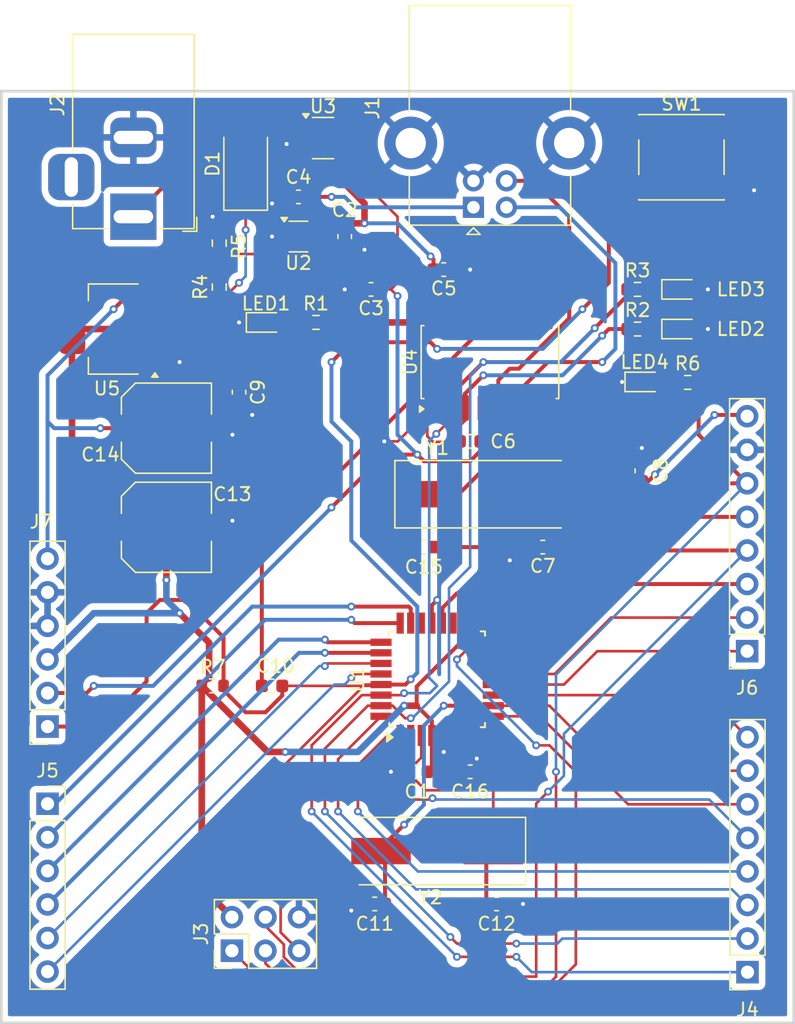
<source format=kicad_pcb>
(kicad_pcb (version 20241229) (generator "pcbnew") (generator_version "9.0")
  (layers (0 "F.Cu" signal) (2 "B.Cu" signal) (13 "F.Paste" user) (15 "B.Paste" user) (5 "F.SilkS" user "F.Silkscreen") (7 "B.SilkS" user "B.Silkscreen") (1 "F.Mask" user) (3 "B.Mask" user) (25 "Edge.Cuts" user))
  (net 0 "")
  (net 1 "GND")
  (net 2 "+5V")
  (net 3 "+3V3")
  (net 4 "USBV")
  (net 5 "Net-(U4-XO)")
  (net 6 "AREF")
  (net 7 "/PC6{slash}RESET")
  (net 8 "RST")
  (net 9 "Net-(U1-PB6{slash}XTAL1)")
  (net 10 "Net-(U1-PB7{slash}XTAL2)")
  (net 11 "VIN")
  (net 12 "Net-(U4-XI)")
  (net 13 "Net-(D1-A)")
  (net 14 "Net-(J1-D+)")
  (net 15 "Net-(J1-D-)")
  (net 16 "/D12{slash}MOSI")
  (net 17 "/D13{slash}SCK")
  (net 18 "/D7")
  (net 19 "M8TXD")
  (net 20 "M8RXD")
  (net 21 "/D2")
  (net 22 "/D4")
  (net 23 "/D3{slash}PWM")
  (net 24 "/D5{slash}PWM")
  (net 25 "/D6{slash}PWM")
  (net 26 "/A5")
  (net 27 "/A2")
  (net 28 "/A4")
  (net 29 "/A3")
  (net 30 "/A0")
  (net 31 "/A1")
  (net 32 "/D8")
  (net 33 "Net-(LED1-A)")
  (net 34 "Net-(LED2-K)")
  (net 35 "Net-(LED3-K)")
  (net 36 "Net-(LED4-A)")
  (net 37 "Net-(U2-~{CE})")
  (net 38 "/D9{slash}PWM")
  (net 39 "/D11{slash}PWM{slash}MISO")
  (net 41 "/D10{slash}PWM")
  (footprint "LED_SMD:LED_0603_1608Metric" (layer "F.Cu") (at 183.7125 45.5)
    (property "Reference" "LED4")
    (property "Value" "Yellow")
  )
  (footprint "Crystal:Crystal_SMD_HC49-SD" (layer "F.Cu") (at 168 81 180)
    (property "Reference" "Y2")
    (property "Value" "16MHz")
  )
  (footprint "Resistor_SMD:R_0603_1608Metric" (layer "F.Cu") (at 183.175 41.5)
    (property "Reference" "R2")
    (property "Value" "1k")
  )
  (footprint "Resistor_SMD:R_0603_1608Metric" (layer "F.Cu") (at 151 68.5)
    (property "Reference" "R7")
    (property "Value" "10k")
  )
  (footprint "Capacitor_SMD:C_0603_1608Metric" (layer "F.Cu") (at 155.5 68.5)
    (property "Reference" "C10")
    (property "Value" "100nF")
  )
  (footprint "Capacitor_SMD:C_0603_1608Metric" (layer "F.Cu") (at 170.5 50)
    (property "Reference" "C6")
    (property "Value" "10nF")
  )
  (footprint "LED_SMD:LED_0603_1608Metric" (layer "F.Cu") (at 155.0375 41)
    (property "Reference" "LED1")
    (property "Value" "GREEN")
  )
  (footprint "Connector_PinSocket_2.54mm:PinSocket_1x06_P2.54mm_Vertical" (layer "F.Cu") (at 138.5 77.42)
    (property "Reference" "J5")
    (property "Value" "Conn_01x06")
  )
  (footprint "Package_TO_SOT_SMD:SOT-23-5" (layer "F.Cu") (at 159.3625 27.05)
    (property "Reference" "U3")
    (property "Value" "MIC5504-3.3YM5")
  )
  (footprint "Connector_USB:USB_B_Lumberg_2411_02_Horizontal" (layer "F.Cu") (at 170.75 32.2875 90)
    (property "Reference" "J1")
    (property "Value" "USB_B")
  )
  (footprint "Capacitor_SMD:C_Elec_6.3x5.8" (layer "F.Cu") (at 147.5 49)
    (property "Reference" "C14")
    (property "Value" "100uF")
  )
  (footprint "Crystal:Crystal_SMD_HC49-SD" (layer "F.Cu") (at 171.5 54)
    (property "Reference" "Y1")
    (property "Value" "12MHz")
  )
  (footprint "Capacitor_SMD:C_0603_1608Metric" (layer "F.Cu") (at 170.5 75)
    (property "Reference" "C16")
    (property "Value" "100nF")
  )
  (footprint "Resistor_SMD:R_0603_1608Metric" (layer "F.Cu") (at 183.175 38.5)
    (property "Reference" "R3")
    (property "Value" "1k")
  )
  (footprint "Package_SO:SO-16_5.3x10.2mm_P1.27mm" (layer "F.Cu") (at 172 44 90)
    (property "Reference" "U4")
    (property "Value" "CH340G")
  )
  (footprint "Capacitor_SMD:C_0603_1608Metric" (layer "F.Cu") (at 161 34.5 90)
    (property "Reference" "C2")
    (property "Value" "1uF")
  )
  (footprint "Package_TO_SOT_SMD:SOT-363_SC-70-6" (layer "F.Cu") (at 157.5 34.5)
    (property "Reference" "U2")
    (property "Value" "LM66100DCK")
  )
  (footprint "Connector_PinSocket_2.54mm:PinSocket_1x06_P2.54mm_Vertical" (layer "F.Cu") (at 138.5 71.58 180)
    (property "Reference" "J7")
    (property "Value" "Conn_01x06")
  )
  (footprint "LED_SMD:LED_0603_1608Metric" (layer "F.Cu") (at 186.5 38.5)
    (property "Reference" "LED3")
    (property "Value" "YELLOW")
  )
  (footprint "Resistor_SMD:R_0603_1608Metric" (layer "F.Cu") (at 158.825 41)
    (property "Reference" "R1")
    (property "Value" "1k")
  )
  (footprint "Resistor_SMD:R_0603_1608Metric" (layer "F.Cu") (at 151.5 35 90)
    (property "Reference" "R5")
    (property "Value" "10k")
  )
  (footprint "Capacitor_SMD:C_Elec_6.3x5.8" (layer "F.Cu") (at 147.5 56.5)
    (property "Reference" "C13")
    (property "Value" "100uF")
  )
  (footprint "Capacitor_SMD:C_0603_1608Metric" (layer "F.Cu") (at 166.5 75)
    (property "Reference" "C1")
    (property "Value" "100nF")
  )
  (footprint "Resistor_SMD:R_0603_1608Metric" (layer "F.Cu") (at 186.975 45.5375)
    (property "Reference" "R6")
    (property "Value" "1k")
  )
  (footprint "Capacitor_SMD:C_0603_1608Metric" (layer "F.Cu") (at 176 58 180)
    (property "Reference" "C7")
    (property "Value" "22pF")
  )
  (footprint "Capacitor_SMD:C_0603_1608Metric" (layer "F.Cu") (at 167 58)
    (property "Reference" "C15")
    (property "Value" "22pF")
  )
  (footprint "Package_TO_SOT_SMD:SOT-223-3_TabPin2" (layer "F.Cu") (at 143.5 41.5 180)
    (property "Reference" "U5")
    (property "Value" "LD1117S50TR_SOT223")
  )
  (footprint "Capacitor_SMD:C_0603_1608Metric" (layer "F.Cu") (at 157.5 31.5 180)
    (property "Reference" "C4")
    (property "Value" "100n")
  )
  (footprint "Capacitor_SMD:C_0603_1608Metric" (layer "F.Cu") (at 163.275 85 180)
    (property "Reference" "C11")
    (property "Value" "22pF")
  )
  (footprint "Capacitor_SMD:C_0603_1608Metric" (layer "F.Cu") (at 153 46.275 -90)
    (property "Reference" "C9")
    (property "Value" "100nF")
  )
  (footprint "Capacitor_SMD:C_0603_1608Metric" (layer "F.Cu") (at 168.5 37 180)
    (property "Reference" "C5")
    (property "Value" "100nF")
  )
  (footprint "Connector_PinSocket_2.54mm:PinSocket_1x08_P2.54mm_Vertical" (layer "F.Cu") (at 191.5 90.16 180)
    (property "Reference" "J4")
    (property "Value" "Conn_01x08")
  )
  (footprint "Diode_SMD:D_SMA" (layer "F.Cu") (at 153.5 29 90)
    (property "Reference" "D1")
    (property "Value" "M7")
  )
  (footprint "LED_SMD:LED_0603_1608Metric" (layer "F.Cu") (at 186.5 41.5)
    (property "Reference" "LED2")
    (property "Value" "YELLOW")
  )
  (footprint "Capacitor_SMD:C_0603_1608Metric" (layer "F.Cu") (at 172.5 85)
    (property "Reference" "C12")
    (property "Value" "22pF")
  )
  (footprint "Button_Switch_SMD:SW_SPST_PTS645" (layer "F.Cu") (at 186.5 28.5)
    (property "Reference" "SW1")
    (property "Value" "Push Button")
  )
  (footprint "Connector_PinSocket_2.54mm:PinSocket_1x08_P2.54mm_Vertical" (layer "F.Cu") (at 191.475 65.875 180)
    (property "Reference" "J6")
    (property "Value" "Conn_01x08")
  )
  (footprint "Connector_PinHeader_2.54mm:PinHeader_2x03_P2.54mm_Vertical" (layer "F.Cu") (at 152.46 88.54 90)
    (property "Reference" "J3")
    (property "Value" "AVR-ISP-6")
  )
  (footprint "Capacitor_SMD:C_0603_1608Metric" (layer "F.Cu") (at 183.5 52.225 -90)
    (property "Reference" "C8")
    (property "Value" "100nF")
  )
  (footprint "Capacitor_SMD:C_0603_1608Metric" (layer "F.Cu") (at 163 38.5 180)
    (property "Reference" "C3")
    (property "Value" "1uF")
  )
  (footprint "Connector_BarrelJack:BarrelJack_Horizontal" (layer "F.Cu") (at 145 33 -90)
    (property "Reference" "J2")
    (property "Value" "Barrel_Jack_MountingPin")
  )
  (footprint "Package_QFP:TQFP-32_7x7mm_P0.8mm" (layer "F.Cu") (at 168 68 90)
    (property "Reference" "U1")
    (property "Value" "ATmega8-16A")
  )
  (footprint "Resistor_SMD:R_0603_1608Metric" (layer "F.Cu") (at 151.5 38.325 90)
    (property "Reference" "R4")
    (property "Value" "39k")
  )
  (gr_rect (start 135 23.5) (end 195 94) (stroke (width 0.2)) (fill no) (layer "Edge.Cuts"))
  (segment (start 162.225 38.5) (end 161.5 38.5) (width 0.2) (layer "F.Cu") (net 1))
  (segment (start 167.68537 50.035313) (end 169.689687 50.035313) (width 0.2) (layer "F.Cu") (net 1))
  (segment (start 171.275 75) (end 171.275 74.275) (width 0.2) (layer "F.Cu") (net 1))
  (segment (start 173.5 58.5) (end 173.5 59) (width 0.3) (layer "F.Cu") (net 1))
  (segment (start 168.4 72.25) (end 168.4 73.4) (width 0.3) (layer "F.Cu") (net 1))
  (segment (start 151.5 34.175) (end 151.5 33.5) (width 0.2) (layer "F.Cu") (net 1))
  (segment (start 166.8 72.25) (end 166.8 73.925) (width 0.2) (layer "F.Cu") (net 1))
  (segment (start 157.05 27.05) (end 156.6 27.5) (width 0.2) (layer "F.Cu") (net 1))
  (segment (start 166.8 73.925) (end 165.725 75) (width 0.2) (layer "F.Cu") (net 1))
  (segment (start 191.75 30.75) (end 192 31) (width 0.3) (layer "F.Cu") (net 1))
  (segment (start 174 58) (end 173.5 58.5) (width 0.3) (layer "F.Cu") (net 1))
  (segment (start 169.275 37) (end 170.5 37) (width 0.3) (layer "F.Cu") (net 1))
  (segment (start 150.0375 49) (end 152 49) (width 0.3) (layer "F.Cu") (net 1))
  (segment (start 162.5 85) (end 162 85) (width 0.3) (layer "F.Cu") (net 1))
  (segment (start 162 85) (end 161.5 85.5) (width 0.3) (layer "F.Cu") (net 1))
  (segment (start 160.225 34.5) (end 158.45 34.5) (width 0.3) (layer "F.Cu") (net 1))
  (segment (start 169.689687 50.035313) (end 169.725 50) (width 0.2) (layer "F.Cu") (net 1))
  (segment (start 171.275 74.275) (end 171 74) (width 0.2) (layer "F.Cu") (net 1))
  (segment (start 167.124 76.399) (end 165.725 75) (width 0.2) (layer "F.Cu") (net 1))
  (segment (start 165.0175 50) (end 164 50) (width 0.2) (layer "F.Cu") (net 1))
  (segment (start 161 35.275) (end 160.225 34.5) (width 0.3) (layer "F.Cu") (net 1))
  (segment (start 156.55 34.5) (end 155.5 34.5) (width 0.3) (layer "F.Cu") (net 1))
  (segment (start 167.255001 47.762499) (end 167.255001 49.604944) (width 0.2) (layer "F.Cu") (net 1))
  (segment (start 158.225 27.05) (end 157.05 27.05) (width 0.2) (layer "F.Cu") (net 1))
  (segment (start 148.3 43.8) (end 148.5 44) (width 0.3) (layer "F.Cu") (net 1))
  (segment (start 167.555 47.4625) (end 165.0175 50) (width 0.2) (layer "F.Cu") (net 1))
  (segment (start 167.775 58) (end 174.5 58) (width 0.3) (layer "F.Cu") (net 1))
  (segment (start 150.0375 56.5) (end 152 56.5) (width 0.3) (layer "F.Cu") (net 1))
  (segment (start 156 31.5) (end 155.5 32) (width 0.3) (layer "F.Cu") (net 1))
  (segment (start 187.2875 38.5) (end 188.5 38.5) (width 0.3) (layer "F.Cu") (net 1))
  (segment (start 187.2875 41.5) (end 188.5 41.5) (width 0.3) (layer "F.Cu") (net 1))
  (segment (start 167.6 63.75) (end 167.6 62.4) (width 0.3) (layer "F.Cu") (net 1))
  (segment (start 154.25 41) (end 153 41) (width 0.3) (layer "F.Cu") (net 1))
  (segment (start 156.725 31.5) (end 156 31.5) (width 0.3) (layer "F.Cu") (net 1))
  (segment (start 175.225 58) (end 174.5 58) (width 0.3) (layer "F.Cu") (net 1))
  (segment (start 151.5 33.5) (end 151 33) (width 0.2) (layer "F.Cu") (net 1))
  (segment (start 168.4 73.4) (end 168.5 73.5) (width 0.3) (layer "F.Cu") (net 1))
  (segment (start 169.876 76.399) (end 167.124 76.399) (width 0.2) (layer "F.Cu") (net 1))
  (segment (start 190.48 30.75) (end 191.75 30.75) (width 0.3) (layer "F.Cu") (net 1))
  (segment (start 161.5 38.5) (end 161 38.5) (width 0.2) (layer "F.Cu") (net 1))
  (segment (start 171.275 75) (end 169.876 76.399) (width 0.2) (layer "F.Cu") (net 1))
  (segment (start 152 56.5) (end 152.5 56) (width 0.3) (layer "F.Cu") (net 1))
  (segment (start 153 47.05) (end 153.05 47.05) (width 0.3) (layer "F.Cu") (net 1))
  (segment (start 161 35.275) (end 162.275 35.275) (width 0.3) (layer "F.Cu") (net 1))
  (segment (start 182.925 45.5) (end 182 45.5) (width 0.3) (layer "F.Cu") (net 1))
  (segment (start 165.725 75) (end 164.5 75) (width 0.2) (layer "F.Cu") (net 1))
  (segment (start 167.6 62.4) (end 168 62) (width 0.3) (layer "F.Cu") (net 1))
  (segment (start 173.275 85) (end 174.5 85) (width 0.3) (layer "F.Cu") (net 1))
  (segment (start 153.05 47.05) (end 154 48) (width 0.3) (layer "F.Cu") (net 1))
  (segment (start 190.48 30.75) (end 182.52 30.75) (width 0.3) (layer "F.Cu") (net 1))
  (segment (start 162.275 35.275) (end 162.5 35.5) (width 0.3) (layer "F.Cu") (net 1))
  (segment (start 183.5 51.45) (end 183.5 50.5) (width 0.3) (layer "F.Cu") (net 1))
  (segment (start 146.65 43.8) (end 148.3 43.8) (width 0.3) (layer "F.Cu") (net 1))
  (segment (start 167.255001 49.604944) (end 167.68537 50.035313) (width 0.2) (layer "F.Cu") (net 1))
  (segment (start 167.555 47.4625) (end 167.255001 47.762499) (width 0.2) (layer "F.Cu") (net 1))
  (segment (start 174.5 58) (end 174 58) (width 0.3) (layer "F.Cu") (net 1))
  (segment (start 152 49) (end 152.5 49.5) (width 0.3) (layer "F.Cu") (net 1))
  (via (at 170.5 37) (size 0.6) (drill 0.3) (layers "F.Cu" "B.Cu") (net 1))
  (via (at 183.5 50.5) (size 0.6) (drill 0.3) (layers "F.Cu" "B.Cu") (net 1))
  (via (at 171 74) (size 0.6) (drill 0.3) (layers "F.Cu" "B.Cu") (net 1))
  (via (at 154 48) (size 0.6) (drill 0.3) (layers "F.Cu" "B.Cu") (net 1))
  (via (at 155.5 32) (size 0.6) (drill 0.3) (layers "F.Cu" "B.Cu") (net 1))
  (via (at 182 45.5) (size 0.6) (drill 0.3) (layers "F.Cu" "B.Cu") (net 1))
  (via (at 151 33) (size 0.6) (drill 0.3) (layers "F.Cu" "B.Cu") (net 1))
  (via (at 164 50) (size 0.6) (drill 0.3) (layers "F.Cu" "B.Cu") (net 1))
  (via (at 161 38.5) (size 0.6) (drill 0.3) (layers "F.Cu" "B.Cu") (net 1))
  (via (at 188.5 41.5) (size 0.6) (drill 0.3) (layers "F.Cu" "B.Cu") (net 1))
  (via (at 192 31) (size 0.6) (drill 0.3) (layers "F.Cu" "B.Cu") (net 1))
  (via (at 161.5 85.5) (size 0.6) (drill 0.3) (layers "F.Cu" "B.Cu") (net 1))
  (via (at 164.5 75) (size 0.6) (drill 0.3) (layers "F.Cu" "B.Cu") (net 1))
  (via (at 168.5 73.5) (size 0.6) (drill 0.3) (layers "F.Cu" "B.Cu") (net 1))
  (via (at 173.5 59) (size 0.6) (drill 0.3) (layers "F.Cu" "B.Cu") (net 1))
  (via (at 155.5 34.5) (size 0.6) (drill 0.3) (layers "F.Cu" "B.Cu") (net 1))
  (via (at 162.5 35.5) (size 0.6) (drill 0.3) (layers "F.Cu" "B.Cu") (net 1))
  (via (at 168 62) (size 0.6) (drill 0.3) (layers "F.Cu" "B.Cu") (net 1))
  (via (at 148.5 44) (size 0.6) (drill 0.3) (layers "F.Cu" "B.Cu") (net 1))
  (via (at 188.5 38.5) (size 0.6) (drill 0.3) (layers "F.Cu" "B.Cu") (net 1))
  (via (at 152.5 56) (size 0.6) (drill 0.3) (layers "F.Cu" "B.Cu") (net 1))
  (via (at 174.5 85) (size 0.6) (drill 0.3) (layers "F.Cu" "B.Cu") (net 1))
  (via (at 152.5 49.5) (size 0.6) (drill 0.3) (layers "F.Cu" "B.Cu") (net 1))
  (via (at 153 41) (size 0.6) (drill 0.3) (layers "F.Cu" "B.Cu") (net 1))
  (via (at 156.6 27.5) (size 0.6) (drill 0.3) (layers "F.Cu" "B.Cu") (net 1))
  (segment (start 158.225 26.1) (end 156.6 26.1) (width 0.5) (layer "F.Cu") (net 2))
  (segment (start 167.555 40.5375) (end 167.555 37.17) (width 0.5) (layer "F.Cu") (net 2))
  (segment (start 150.7365 67.9385) (end 150.7365 65.2365) (width 0.5) (layer "F.Cu") (net 2))
  (segment (start 167.0925 41) (end 167.555 40.5375) (width 0.2) (layer "F.Cu") (net 2))
  (segment (start 160.5 30) (end 162.5 32) (width 0.5) (layer "F.Cu") (net 2))
  (segment (start 158.5 30) (end 160.5 30) (width 0.5) (layer "F.Cu") (net 2))
  (segment (start 158.225 28) (end 158.225 29.725) (width 0.5) (layer "F.Cu") (net 2))
  (segment (start 150.175 68.5) (end 155.175 73.5) (width 0.5) (layer "F.Cu") (net 2))
  (segment (start 160.875 33.85) (end 161 33.725) (width 0.3) (layer "F.Cu") (net 2))
  (segment (start 156.6 26.1) (end 155.5 27.2) (width 0.5) (layer "F.Cu") (net 2))
  (segment (start 151 44) (end 149.5 42.5) (width 0.5) (layer "F.Cu") (net 2))
  (segment (start 148.5 41.5) (end 149.5 42.5) (width 0.5) (layer "F.Cu") (net 2))
  (segment (start 150.7365 65.2365) (end 148.5 63) (width 0.5) (layer "F.Cu") (net 2))
  (segment (start 166.45 68.55) (end 170 65) (width 0.3) (layer "F.Cu") (net 2))
  (segment (start 167.725 36.225) (end 167.5 36) (width 0.3) (layer "F.Cu") (net 2))
  (segment (start 170 65) (end 170 63.75) (width 0.3) (layer "F.Cu") (net 2))
  (segment (start 167.725 40.3675) (end 167.555 40.5375) (width 0.3) (layer "F.Cu") (net 2))
  (segment (start 140.35 41.5) (end 140.35 51.8875) (width 0.5) (layer "F.Cu") (net 2))
  (segment (start 167.275 75) (end 169.725 75) (width 0.3) (layer "F.Cu") (net 2))
  (segment (start 155.5 27.2) (end 155.5 28.5) (width 0.5) (layer "F.Cu") (net 2))
  (segment (start 167.6 71.15) (end 167.6 72.25) (width 0.3) (layer "F.Cu") (net 2))
  (segment (start 167.275 75) (end 167.6 74.675) (width 0.3) (layer "F.Cu") (net 2))
  (segment (start 147.5 59.0375) (end 147.5 60.5) (width 0.5) (layer "F.Cu") (net 2))
  (segment (start 161.225 33.5) (end 161 33.725) (width 0.3) (layer "F.Cu") (net 2))
  (segment (start 166.45 70) (end 167.6 71.15) (width 0.3) (layer "F.Cu") (net 2))
  (segment (start 158.45 33.85) (end 160.875 33.85) (width 0.5) (layer "F.Cu") (net 2))
  (segment (start 146.65 41.5) (end 148.5 41.5) (width 0.5) (layer "F.Cu") (net 2))
  (segment (start 169.2 74.475) (end 169.725 75) (width 0.3) (layer "F.Cu") (net 2))
  (segment (start 140.35 51.8875) (end 144.9625 56.5) (width 0.5) (layer "F.Cu") (net 2))
  (segment (start 140.35 41.5) (end 146.65 41.5) (width 0.5) (layer "F.Cu") (net 2))
  (segment (start 151 44) (end 152.5 45.5) (width 0.5) (layer "F.Cu") (net 2))
  (segment (start 150.175 83.715) (end 150.175 68.5) (width 0.5) (layer "F.Cu") (net 2))
  (segment (start 167.725 37) (end 167.725 36.225) (width 0.3) (layer "F.Cu") (net 2))
  (segment (start 150.175 68.5) (end 150.7365 67.9385) (width 0.3) (layer "F.Cu") (net 2))
  (segment (start 155.5 28.5) (end 157 30) (width 0.5) (layer "F.Cu") (net 2))
  (segment (start 152.5 45.5) (end 153 45.5) (width 0.2) (layer "F.Cu") (net 2))
  (segment (start 169.2 72.25) (end 169.2 74.475) (width 0.3) (layer "F.Cu") (net 2))
  (segment (start 165.5 70) (end 166.45 70) (width 0.5) (layer "F.Cu") (net 2))
  (segment (start 167.6 74.675) (end 167.6 72.25) (width 0.3) (layer "F.Cu") (net 2))
  (segment (start 162.5 33.5) (end 161.225 33.5) (width 0.5) (layer "F.Cu") (net 2))
  (segment (start 155.175 73.5) (end 156.5 73.5) (width 0.5) (layer "F.Cu") (net 2))
  (segment (start 156.65 44) (end 151 44) (width 0.5) (layer "F.Cu") (net 2))
  (segment (start 167.555 37.17) (end 167.725 37) (width 0.2) (layer "F.Cu") (net 2))
  (segment (start 159.65 41) (end 167.0925 41) (width 0.5) (layer "F.Cu") (net 2))
  (segment (start 152.46 86) (end 150.175 83.715) (width 0.5) (layer "F.Cu") (net 2))
  (segment (start 158.225 29.725) (end 158.5 30) (width 0.2) (layer "F.Cu") (net 2))
  (segment (start 144.9625 56.5) (end 147.5 59.0375) (width 0.5) (layer "F.Cu") (net 2))
  (segment (start 162.5 32) (end 162.5 33.5) (width 0.5) (layer "F.Cu") (net 2))
  (segment (start 159.65 41) (end 156.65 44) (width 0.5) (layer "F.Cu") (net 2))
  (segment (start 166.45 70) (end 166.45 68.55) (width 0.3) (layer "F.Cu") (net 2))
  (segment (start 157 30) (end 158.5 30) (width 0.5) (layer "F.Cu") (net 2))
  (via (at 165.5 70) (size 0.6) (drill 0.3) (layers "F.Cu" "B.Cu") (net 2))
  (via (at 167.5 36) (size 0.6) (drill 0.3) (layers "F.Cu" "B.Cu") (net 2))
  (via (at 147.5 60.5) (size 0.6) (drill 0.3) (layers "F.Cu" "B.Cu") (net 2))
  (via (at 148.5 63) (size 0.6) (drill 0.3) (layers "F.Cu" "B.Cu") (net 2))
  (via (at 162.5 33.5) (size 0.6) (drill 0.3) (layers "F.Cu" "B.Cu") (net 2))
  (via (at 156.5 73.5) (size 0.6) (drill 0.3) (layers "F.Cu" "B.Cu") (net 2))
  (segment (start 138.5 66.5) (end 142 63) (width 0.5) (layer "B.Cu") (net 2))
  (segment (start 156.5 73.5) (end 162 73.5) (width 0.5) (layer "B.Cu") (net 2))
  (segment (start 142 63) (end 148.5 63) (width 0.5) (layer "B.Cu") (net 2))
  (segment (start 167.5 36) (end 165 33.5) (width 0.3) (layer "B.Cu") (net 2))
  (segment (start 147.5 62) (end 148.5 63) (width 0.5) (layer "B.Cu") (net 2))
  (segment (start 147.5 60.5) (end 147.5 62) (width 0.5) (layer "B.Cu") (net 2))
  (segment (start 162 73.5) (end 165.5 70) (width 0.5) (layer "B.Cu") (net 2))
  (segment (start 165 33.5) (end 162.5 33.5) (width 0.3) (layer "B.Cu") (net 2))
  (segment (start 141.46 69.04) (end 142 68.5) (width 0.3) (layer "F.Cu") (net 3))
  (segment (start 162.1 26.1) (end 160.5 26.1) (width 0.2) (layer "F.Cu") (net 3))
  (segment (start 166.5 51) (end 167 51.5) (width 0.3) (layer "F.Cu") (net 3))
  (segment (start 164 51) (end 166.5 51) (width 0.3) (layer "F.Cu") (net 3))
  (segment (start 164.5 38.5) (end 165 39) (width 0.2) (layer "F.Cu") (net 3))
  (segment (start 167 51.5) (end 170.5 51.5) (width 0.3) (layer "F.Cu") (net 3))
  (segment (start 164.5 38.5) (end 165 38) (width 0.2) (layer "F.Cu") (net 3))
  (segment (start 171.275 50) (end 171.275 47.5525) (width 0.3) (layer "F.Cu") (net 3))
  (segment (start 165 33) (end 162.5 30.5) (width 0.2) (layer "F.Cu") (net 3))
  (segment (start 171.275 50.725) (end 171.275 50) (width 0.2) (layer "F.Cu") (net 3))
  (segment (start 162.5 26.5) (end 162.1 26.1) (width 0.2) (layer "F.Cu") (net 3))
  (segment (start 171.275 47.5525) (end 171.365 47.4625) (width 0.3) (layer "F.Cu") (net 3))
  (segment (start 163.775 38.5) (end 164.5 38.5) (width 0.2) (layer "F.Cu") (net 3))
  (segment (start 162.5 30.5) (end 162.5 26.5) (width 0.2) (layer "F.Cu") (net 3))
  (segment (start 138.5 69.04) (end 141.46 69.04) (width 0.3) (layer "F.Cu") (net 3))
  (segment (start 160 55) (end 164 51) (width 0.3) (layer "F.Cu") (net 3))
  (segment (start 165 38) (end 165 33) (width 0.2) (layer "F.Cu") (net 3))
  (segment (start 170.5 51.5) (end 171.275 50.725) (width 0.3) (layer "F.Cu") (net 3))
  (via (at 165 39) (size 0.6) (drill 0.3) (layers "F.Cu" "B.Cu") (net 3))
  (via (at 160 55) (size 0.6) (drill 0.3) (layers "F.Cu" "B.Cu") (net 3))
  (via (at 166.5 51) (size 0.6) (drill 0.3) (layers "F.Cu" "B.Cu") (net 3))
  (via (at 142 68.5) (size 0.6) (drill 0.3) (layers "F.Cu" "B.Cu") (net 3))
  (segment (start 142 68.5) (end 146.5 68.5) (width 0.3) (layer "B.Cu") (net 3))
  (segment (start 146.5 68.5) (end 160 55) (width 0.3) (layer "B.Cu") (net 3))
  (segment (start 165 39) (end 165 49.5) (width 0.3) (layer "B.Cu") (net 3))
  (segment (start 165 49.5) (end 166.5 51) (width 0.3) (layer "B.Cu") (net 3))
  (segment (start 156.55 33.85) (end 158.275 32.125) (width 0.3) (layer "F.Cu") (net 4))
  (segment (start 158.275 32.125) (end 158.275 31.5) (width 0.3) (layer "F.Cu") (net 4))
  (segment (start 158.275 31.5) (end 160 31.5) (width 0.3) (layer "F.Cu") (net 4))
  (via (at 160 31.5) (size 0.6) (drill 0.3) (layers "F.Cu" "B.Cu") (net 4))
  (segment (start 160 31.5) (end 161 31.5) (width 0.3) (layer "B.Cu") (net 4))
  (segment (start 161 31.5) (end 161.7875 32.2875) (width 0.3) (layer "B.Cu") (net 4))
  (segment (start 161.7875 32.2875) (end 170.75 32.2875) (width 0.3) (layer "B.Cu") (net 4))
  (segment (start 176.775 55.025) (end 175.75 54) (width 0.2) (layer "F.Cu") (net 5))
  (segment (start 175.75 54) (end 176.445 53.305) (width 0.3) (layer "F.Cu") (net 5))
  (segment (start 176.445 53.305) (end 176.445 47.4625) (width 0.3) (layer "F.Cu") (net 5))
  (segment (start 176.775 58) (end 176.775 55.025) (width 0.3) (layer "F.Cu") (net 5))
  (segment (start 191.38 48) (end 191.475 48.095) (width 0.3) (layer "F.Cu") (net 6))
  (segment (start 189 48) (end 191.38 48) (width 0.3) (layer "F.Cu") (net 6))
  (segment (start 168.4 62.6) (end 169.5 61.5) (width 0.3) (layer "F.Cu") (net 6))
  (segment (start 184.5 52.5) (end 175.5 61.5) (width 0.3) (layer "F.Cu") (net 6))
  (segment (start 175.5 61.5) (end 169.5 61.5) (width 0.3) (layer "F.Cu") (net 6))
  (segment (start 183.5 53) (end 184 53) (width 0.3) (layer "F.Cu") (net 6))
  (segment (start 184 53) (end 184.5 52.5) (width 0.3) (layer "F.Cu") (net 6))
  (segment (start 168.4 63.75) (end 168.4 62.6) (width 0.3) (layer "F.Cu") (net 6))
  (via (at 189 48) (size 0.6) (drill 0.3) (layers "F.Cu" "B.Cu") (net 6))
  (via (at 184.5 52.5) (size 0.6) (drill 0.3) (layers "F.Cu" "B.Cu") (net 6))
  (segment (start 184.5 52.5) (end 189 48) (width 0.3) (layer "B.Cu") (net 6))
  (segment (start 181 27.77) (end 181 33.5) (width 0.3) (layer "F.Cu") (net 7))
  (segment (start 156.275 68.5) (end 163.65 68.5) (width 0.2) (layer "F.Cu") (net 7))
  (segment (start 182.52 26.25) (end 190.48 26.25) (width 0.3) (layer "F.Cu") (net 7))
  (segment (start 149 62) (end 151.825 64.825) (width 0.3) (layer "F.Cu") (net 7))
  (segment (start 157.54 88.54) (end 156.151 87.151) (width 0.2) (layer "F.Cu") (net 7))
  (segment (start 182.52 26.25) (end 181 27.77) (width 0.3) (layer "F.Cu") (net 7))
  (segment (start 161.5 42.5) (end 160 44) (width 0.3) (layer "F.Cu") (net 7))
  (segment (start 181 38) (end 179 40) (width 0.3) (layer "F.Cu") (net 7))
  (segment (start 167.5 42.5) (end 161.5 42.5) (width 0.3) (layer "F.Cu") (net 7))
  (segment (start 151.825 64.825) (end 151.825 68.5) (width 0.3) (layer "F.Cu") (net 7))
  (segment (start 142.58 71.58) (end 146 68.16) (width 0.3) (layer "F.Cu") (net 7))
  (segment (start 156.151 87.151) (end 156.151 74.7819) (width 0.2) (layer "F.Cu") (net 7))
  (segment (start 151.825 68.5) (end 151.825 68.825) (width 0.3) (layer "F.Cu") (net 7))
  (segment (start 163.65 68.5) (end 163.75 68.4) (width 0.2) (layer "F.Cu") (net 7))
  (segment (start 146 68.16) (end 146 63) (width 0.3) (layer "F.Cu") (net 7))
  (segment (start 156.151 74.7819) (end 162.5329 68.4) (width 0.2) (layer "F.Cu") (net 7))
  (segment (start 138.5 71.58) (end 142.58 71.58) (width 0.3) (layer "F.Cu") (net 7))
  (segment (start 147 62) (end 149 62) (width 0.3) (layer "F.Cu") (net 7))
  (segment (start 162.5329 68.4) (end 163.75 68.4) (width 0.2) (layer "F.Cu") (net 7))
  (segment (start 155 70.5) (end 156.275 69.225) (width 0.3) (layer "F.Cu") (net 7))
  (segment (start 146 63) (end 147 62) (width 0.3) (layer "F.Cu") (net 7))
  (segment (start 151.825 68.825) (end 153.5 70.5) (width 0.3) (layer "F.Cu") (net 7))
  (segment (start 165.6 68.4) (end 163.75 68.4) (width 0.3) (layer "F.Cu") (net 7))
  (segment (start 153.5 70.5) (end 155 70.5) (width 0.3) (layer "F.Cu") (net 7))
  (segment (start 168 43) (end 167.5 42.5) (width 0.3) (layer "F.Cu") (net 7))
  (segment (start 166 68) (end 165.6 68.4) (width 0.3) (layer "F.Cu") (net 7))
  (segment (start 156.275 69.225) (end 156.275 68.5) (width 0.3) (layer "F.Cu") (net 7))
  (segment (start 181 33.5) (end 181 38) (width 0.3) (layer "F.Cu") (net 7))
  (via (at 160 44) (size 0.6) (drill 0.3) (layers "F.Cu" "B.Cu") (net 7))
  (via (at 166 68) (size 0.6) (drill 0.3) (layers "F.Cu" "B.Cu") (net 7))
  (via (at 179 40) (size 0.6) (drill 0.3) (layers "F.Cu" "B.Cu") (net 7))
  (via (at 168 43) (size 0.6) (drill 0.3) (layers "F.Cu" "B.Cu") (net 7))
  (segment (start 161.5 50) (end 161.5 57.5) (width 0.3) (layer "B.Cu") (net 7))
  (segment (start 160 44) (end 160 48.5) (width 0.3) (layer "B.Cu") (net 7))
  (segment (start 161.5 57.5) (end 166 62) (width 0.3) (layer "B.Cu") (net 7))
  (segment (start 160 48.5) (end 161.5 50) (width 0.3) (layer "B.Cu") (net 7))
  (segment (start 176 43) (end 169.5 43) (width 0.3) (layer "B.Cu") (net 7))
  (segment (start 169.5 43) (end 168 43) (width 0.3) (layer "B.Cu") (net 7))
  (segment (start 179 40) (end 176 43) (width 0.3) (layer "B.Cu") (net 7))
  (segment (start 166.5 62.5) (end 166.5 67.5) (width 0.3) (layer "B.Cu") (net 7))
  (segment (start 166 62) (end 166.5 62.5) (width 0.3) (layer "B.Cu") (net 7))
  (segment (start 166.5 67.5) (end 166 68) (width 0.3) (layer "B.Cu") (net 7))
  (segment (start 171.365 40.5375) (end 171.365 41.524999) (width 0.3) (layer "F.Cu") (net 8))
  (segment (start 171.365 41.524999) (end 164.889999 48) (width 0.3) (layer "F.Cu") (net 8))
  (segment (start 154.725 68.5) (end 154.725 58.164999) (width 0.3) (layer "F.Cu") (net 8))
  (segment (start 154.725 58.164999) (end 164.889999 48) (width 0.3) (layer "F.Cu") (net 8))
  (segment (start 163.75 81) (end 163.75 80.75) (width 0.3) (layer "F.Cu") (net 9))
  (segment (start 164.05 85) (end 164.05 81.3) (width 0.3) (layer "F.Cu") (net 9))
  (segment (start 168.5 70) (end 169.5 70) (width 0.3) (layer "F.Cu") (net 9))
  (segment (start 170 70.5) (end 170 72.25) (width 0.3) (layer "F.Cu") (net 9))
  (segment (start 164.05 81.3) (end 163.75 81) (width 0.3) (layer "F.Cu") (net 9))
  (segment (start 163.75 80.75) (end 165.5 79) (width 0.3) (layer "F.Cu") (net 9))
  (segment (start 169.5 70) (end 170 70.5) (width 0.3) (layer "F.Cu") (net 9))
  (via (at 168.5 70) (size 0.6) (drill 0.3) (layers "F.Cu" "B.Cu") (net 9))
  (via (at 165.5 79) (size 0.6) (drill 0.3) (layers "F.Cu" "B.Cu") (net 9))
  (segment (start 165.5 79) (end 167 77.5) (width 0.3) (layer "B.Cu") (net 9))
  (segment (start 167 77.5) (end 167 71.5) (width 0.3) (layer "B.Cu") (net 9))
  (segment (start 167 71.5) (end 168.5 70) (width 0.3) (layer "B.Cu") (net 9))
  (segment (start 171.725 85) (end 171.725 81.525) (width 0.3) (layer "F.Cu") (net 10))
  (segment (start 172.25 73.7) (end 172.25 81) (width 0.2) (layer "F.Cu") (net 10))
  (segment (start 170.8 72.25) (end 172.25 73.7) (width 0.2) (layer "F.Cu") (net 10))
  (segment (start 171.725 81.525) (end 172.25 81) (width 0.3) (layer "F.Cu") (net 10))
  (segment (start 153.5 34) (end 153.5 31) (width 0.2) (layer "F.Cu") (net 11))
  (segment (start 151.5 39.15) (end 151.85 39.15) (width 0.2) (layer "F.Cu") (net 11))
  (segment (start 151.5 39.15) (end 146.7 39.15) (width 0.2) (layer "F.Cu") (net 11))
  (segment (start 146.7 39.15) (end 146.65 39.2) (width 0.2) (layer "F.Cu") (net 11))
  (segment (start 151.85 39.15) (end 153 38) (width 0.2) (layer "F.Cu") (net 11))
  (segment (start 153.5 31) (end 153.5 32.35) (width 0.3) (layer "F.Cu") (net 11))
  (segment (start 144.3 39.2) (end 143.5 40) (width 0.3) (layer "F.Cu") (net 11))
  (segment (start 146.65 39.2) (end 144.3 39.2) (width 0.3) (layer "F.Cu") (net 11))
  (segment (start 144.9625 49) (end 142.5 49) (width 0.3) (layer "F.Cu") (net 11))
  (via (at 153 38) (size 0.6) (drill 0.3) (layers "F.Cu" "B.Cu") (net 11))
  (via (at 153.5 34) (size 0.6) (drill 0.3) (layers "F.Cu" "B.Cu") (net 11))
  (via (at 143.5 40) (size 0.6) (drill 0.3) (layers "F.Cu" "B.Cu") (net 11))
  (via (at 142.5 49) (size 0.6) (drill 0.3) (layers "F.Cu" "B.Cu") (net 11))
  (segment (start 153.5 37.5) (end 153.5 34) (width 0.2) (layer "B.Cu") (net 11))
  (segment (start 138.5 45) (end 138.5 48.5) (width 0.3) (layer "B.Cu") (net 11))
  (segment (start 143.5 40) (end 138.5 45) (width 0.3) (layer "B.Cu") (net 11))
  (segment (start 153 38) (end 153.5 37.5) (width 0.2) (layer "B.Cu") (net 11))
  (segment (start 142.5 49) (end 139 49) (width 0.3) (layer "B.Cu") (net 11))
  (segment (start 139 49) (end 138.5 48.5) (width 0.3) (layer "B.Cu") (net 11))
  (segment (start 138.5 48.5) (end 138.5 58.88) (width 0.3) (layer "B.Cu") (net 11))
  (segment (start 175.175 47.4625) (end 175.175 48.449999) (width 0.3) (layer "F.Cu") (net 12))
  (segment (start 166.225 55.025) (end 167.25 54) (width 0.2) (layer "F.Cu") (net 12))
  (segment (start 166.225 58) (end 166.225 55.025) (width 0.3) (layer "F.Cu") (net 12))
  (segment (start 175.175 48.449999) (end 169.624999 54) (width 0.3) (layer "F.Cu") (net 12))
  (segment (start 169.624999 54) (end 167.25 54) (width 0.3) (layer "F.Cu") (net 12))
  (segment (start 151 27) (end 145 33) (width 0.3) (layer "F.Cu") (net 13))
  (segment (start 153.5 27) (end 151 27) (width 0.3) (layer "F.Cu") (net 13))
  (segment (start 175.2875 30.2875) (end 178 33) (width 0.3) (layer "F.Cu") (net 14))
  (segment (start 172.635 45.365) (end 172.635 47.4625) (width 0.3) (layer "F.Cu") (net 14))
  (segment (start 174.182678 44.5) (end 173.5 44.5) (width 0.3) (layer "F.Cu") (net 14))
  (segment (start 173.25 30.2875) (end 175.2875 30.2875) (width 0.3) (layer "F.Cu") (net 14))
  (segment (start 178 40.682678) (end 174.182678 44.5) (width 0.3) (layer "F.Cu") (net 14))
  (segment (start 178 33) (end 178 40.682678) (width 0.3) (layer "F.Cu") (net 14))
  (segment (start 173.5 44.5) (end 172.635 45.365) (width 0.3) (layer "F.Cu") (net 14))
  (segment (start 176.380001 44) (end 180.5 44) (width 0.3) (layer "F.Cu") (net 15))
  (segment (start 173.905 46.475001) (end 176.380001 44) (width 0.3) (layer "F.Cu") (net 15))
  (segment (start 173.905 47.4625) (end 173.905 46.475001) (width 0.3) (layer "F.Cu") (net 15))
  (via (at 180.5 44) (size 0.6) (drill 0.3) (layers "F.Cu" "B.Cu") (net 15))
  (segment (start 181.5 36.5) (end 177.2875 32.2875) (width 0.3) (layer "B.Cu") (net 15))
  (segment (start 177.2875 32.2875) (end 173.25 32.2875) (width 0.3) (layer "B.Cu") (net 15))
  (segment (start 180.5 44) (end 181.5 43) (width 0.3) (layer "B.Cu") (net 15))
  (segment (start 181.5 43) (end 181.5 36.5) (width 0.3) (layer "B.Cu") (net 15))
  (segment (start 184.285 55.715) (end 191.475 55.715) (width 0.3) (layer "F.Cu") (net 16))
  (segment (start 172.25 65.2) (end 174.8 65.2) (width 0.3) (layer "F.Cu") (net 16))
  (segment (start 176.5 73) (end 175.5 73) (width 0.2) (layer "F.Cu") (net 16))
  (segment (start 152.46 88.54) (end 155.821 91.901) (width 0.2) (layer "F.Cu") (net 16))
  (segment (start 170.8 65.2) (end 172.25 65.2) (width 0.2) (layer "F.Cu") (net 16))
  (segment (start 178.5 75) (end 176.5 73) (width 0.2) (layer "F.Cu") (net 16))
  (segment (start 178.5 89.5671) (end 178.5 75) (width 0.2) (layer "F.Cu") (net 16))
  (segment (start 176.1661 91.901) (end 178.5 89.5671) (width 0.2) (layer "F.Cu") (net 16))
  (segment (start 174.8 65.2) (end 184.285 55.715) (width 0.3) (layer "F.Cu") (net 16))
  (segment (start 169.5 66.5) (end 170.8 65.2) (width 0.2) (layer "F.Cu") (net 16))
  (segment (start 155.821 91.901) (end 176.1661 91.901) (width 0.2) (layer "F.Cu") (net 16))
  (via (at 169.5 66.5) (size 0.6) (drill 0.3) (layers "F.Cu" "B.Cu") (net 16))
  (via (at 175.5 73) (size 0.6) (drill 0.3) (layers "F.Cu" "B.Cu") (net 16))
  (segment (start 175.5 73) (end 169.5 67) (width 0.2) (layer "B.Cu") (net 16))
  (segment (start 169.5 67) (end 169.5 66.5) (width 0.2) (layer "B.Cu") (net 16))
  (segment (start 176 62.5) (end 172.05 62.5) (width 0.3) (layer "F.Cu") (net 17))
  (segment (start 185.325 53.175) (end 176 62.5) (width 0.3) (layer "F.Cu") (net 17))
  (segment (start 187.8 49.5) (end 191.475 53.175) (width 0.3) (layer "F.Cu") (net 17))
  (segment (start 187.8 45.5375) (end 187.8 49.5) (width 0.3) (layer "F.Cu") (net 17))
  (segment (start 177 90.5) (end 177 75) (width 0.2) (layer "F.Cu") (net 17))
  (segment (start 191.475 53.175) (end 185.325 53.175) (width 0.3) (layer "F.Cu") (net 17))
  (segment (start 176.5 91) (end 177 90.5) (width 0.2) (layer "F.Cu") (net 17))
  (segment (start 155 88.54) (end 155 89.5) (width 0.2) (layer "F.Cu") (net 17))
  (segment (start 157 91.5) (end 176 91.5) (width 0.2) (layer "F.Cu") (net 17))
  (segment (start 172.05 62.5) (end 170.8 63.75) (width 0.3) (layer "F.Cu") (net 17))
  (segment (start 155 89.5) (end 157 91.5) (width 0.2) (layer "F.Cu") (net 17))
  (segment (start 176 91.5) (end 176.5 91) (width 0.2) (layer "F.Cu") (net 17))
  (via (at 177 75) (size 0.6) (drill 0.3) (layers "F.Cu" "B.Cu") (net 17))
  (segment (start 177 67.65) (end 191.475 53.175) (width 0.2) (layer "B.Cu") (net 17))
  (segment (start 177 75) (end 177 67.65) (width 0.2) (layer "B.Cu") (net 17))
  (segment (start 188.32 69.2) (end 191.5 72.38) (width 0.2) (layer "F.Cu") (net 18))
  (segment (start 172.25 69.2) (end 188.32 69.2) (width 0.2) (layer "F.Cu") (net 18))
  (segment (start 169.5 88) (end 174 88) (width 0.2) (layer "F.Cu") (net 19))
  (segment (start 163.75 70) (end 164.627 70) (width 0.2) (layer "F.Cu") (net 19))
  (segment (start 169 87.5) (end 169.5 88) (width 0.2) (layer "F.Cu") (net 19))
  (segment (start 182.35 38.5) (end 182.35 39.018626) (width 0.3) (layer "F.Cu") (net 19))
  (segment (start 182.35 39.018626) (end 179.934313 41.434313) (width 0.3) (layer "F.Cu") (net 19))
  (segment (start 164.627 70) (end 165.576998 70.949998) (width 0.2) (layer "F.Cu") (net 19))
  (segment (start 171.5 44) (end 168.825 46.675) (width 0.3) (layer "F.Cu") (net 19))
  (segment (start 163.75 70) (end 162.75 70) (width 0.2) (layer "F.Cu") (net 19))
  (segment (start 162.75 70) (end 159.5 73.25) (width 0.2) (layer "F.Cu") (net 19))
  (segment (start 165.576998 70.949998) (end 166 70.949998) (width 0.2) (layer "F.Cu") (net 19))
  (segment (start 159.5 73.25) (end 159.5 78) (width 0.2) (layer "F.Cu") (net 19))
  (segment (start 168.825 46.675) (end 168.825 47.4625) (width 0.3) (layer "F.Cu") (net 19))
  (via (at 159.5 78) (size 0.6) (drill 0.3) (layers "F.Cu" "B.Cu") (net 19))
  (via (at 166 70.949998) (size 0.6) (drill 0.3) (layers "F.Cu" "B.Cu") (net 19))
  (via (at 171.5 44) (size 0.6) (drill 0.3) (layers "F.Cu" "B.Cu") (net 19))
  (via (at 179.934313 41.434313) (size 0.6) (drill 0.3) (layers "F.Cu" "B.Cu") (net 19))
  (via (at 169 87.5) (size 0.6) (drill 0.3) (layers "F.Cu" "B.Cu") (net 19))
  (via (at 174 88) (size 0.6) (drill 0.3) (layers "F.Cu" "B.Cu") (net 19))
  (segment (start 177.368626 44) (end 171.5 44) (width 0.3) (layer "B.Cu") (net 19))
  (segment (start 168.899 68.1681) (end 168.899 61.101) (width 0.2) (layer "B.Cu") (net 19))
  (segment (start 177.1 88) (end 177.48 87.62) (width 0.2) (layer "B.Cu") (net 19))
  (segment (start 177.48 87.62) (end 191.5 87.62) (width 0.2) (layer "B.Cu") (net 19))
  (segment (start 168.899 61.101) (end 170.5 59.5) (width 0.2) (layer "B.Cu") (net 19))
  (segment (start 159.5 78) (end 169 87.5) (width 0.2) (layer "B.Cu") (net 19))
  (segment (start 170.5 59.5) (end 170.5 45) (width 0.2) (layer "B.Cu") (net 19))
  (segment (start 179.934313 41.434313) (end 177.368626 44) (width 0.3) (layer "B.Cu") (net 19))
  (segment (start 166 70.949998) (end 166.117102 70.949998) (width 0.2) (layer "B.Cu") (net 19))
  (segment (start 169 87.5) (end 169.12 87.62) (width 0.2) (layer "B.Cu") (net 19))
  (segment (start 166.117102 70.949998) (end 168.899 68.1681) (width 0.2) (layer "B.Cu") (net 19))
  (segment (start 170.5 45) (end 171.5 44) (width 0.2) (layer "B.Cu") (net 19))
  (segment (start 174 88) (end 177.1 88) (width 0.2) (layer "B.Cu") (net 19))
  (segment (start 167.934313 49.434313) (end 168.617626 48.751) (width 0.2) (layer "F.Cu") (net 20))
  (segment (start 163.75 69.2) (end 162.3 69.2) (width 0.2) (layer "F.Cu") (net 20))
  (segment (start 165.35 69.2) (end 165.5 69.05) (width 0.2) (layer "F.Cu") (net 20))
  (segment (start 168.617626 48.751) (end 169.793999 48.751) (width 0.2) (layer "F.Cu") (net 20))
  (segment (start 170.095 48.449999) (end 170.095 47.4625) (width 0.2) (layer "F.Cu") (net 20))
  (segment (start 170.095 46.405) (end 170.095 47.4625) (width 0.3) (layer "F.Cu") (net 20))
  (segment (start 182.35 41.5) (end 181 41.5) (width 0.3) (layer "F.Cu") (net 20))
  (segment (start 158.5 73) (end 158.5 78) (width 0.2) (layer "F.Cu") (net 20))
  (segment (start 169.793999 48.751) (end 170.095 48.449999) (width 0.2) (layer "F.Cu") (net 20))
  (segment (start 181 41.5) (end 180.5 42) (width 0.3) (layer "F.Cu") (net 20))
  (segment (start 162.3 69.2) (end 158.5 73) (width 0.2) (layer "F.Cu") (net 20))
  (segment (start 171.5 45) (end 170.095 46.405) (width 0.3) (layer "F.Cu") (net 20))
  (segment (start 163.75 69.2) (end 165.35 69.2) (width 0.2) (layer "F.Cu") (net 20))
  (segment (start 169.5 89) (end 174 89) (width 0.2) (layer "F.Cu") (net 20))
  (via (at 174 89) (size 0.6) (drill 0.3) (layers "F.Cu" "B.Cu") (net 20))
  (via (at 171.5 45) (size 0.6) (drill 0.3) (layers "F.Cu" "B.Cu") (net 20))
  (via (at 169.5 89) (size 0.6) (drill 0.3) (layers "F.Cu" "B.Cu") (net 20))
  (via (at 158.5 78) (size 0.6) (drill 0.3) (layers "F.Cu" "B.Cu") (net 20))
  (via (at 167.934313 49.434313) (size 0.6) (drill 0.3) (layers "F.Cu" "B.Cu") (net 20))
  (via (at 165.5 69.05) (size 0.6) (drill 0.3) (layers "F.Cu" "B.Cu") (net 20))
  (via (at 180.5 42) (size 0.6) (drill 0.3) (layers "F.Cu" "B.Cu") (net 20))
  (segment (start 177.5 45) (end 171.5 45) (width 0.3) (layer "B.Cu") (net 20))
  (segment (start 180.5 42) (end 177.5 45) (width 0.3) (layer "B.Cu") (net 20))
  (segment (start 168 68.5) (end 167.399 67.899) (width 0.2) (layer "B.Cu") (net 20))
  (segment (start 167.399 49.969626) (end 167.934313 49.434313) (width 0.2) (layer "B.Cu") (net 20))
  (segment (start 174 89) (end 175.16 90.16) (width 0.2) (layer "B.Cu") (net 20))
  (segment (start 167.45 69.05) (end 168 68.5) (width 0.2) (layer "B.Cu") (net 20))
  (segment (start 175.16 90.16) (end 191.5 90.16) (width 0.2) (layer "B.Cu") (net 20))
  (segment (start 158.5 78) (end 169.5 89) (width 0.2) (layer "B.Cu") (net 20))
  (segment (start 167.399 67.899) (end 167.399 49.969626) (width 0.2) (layer "B.Cu") (net 20))
  (segment (start 165.5 69.05) (end 167.45 69.05) (width 0.2) (layer "B.Cu") (net 20))
  (segment (start 163.75 70.8) (end 160.5 74.05) (width 0.2) (layer "F.Cu") (net 21))
  (segment (start 160.5 74.05) (end 160.5 78) (width 0.2) (layer "F.Cu") (net 21))
  (via (at 160.5 78) (size 0.6) (drill 0.3) (layers "F.Cu" "B.Cu") (net 21))
  (segment (start 160.5 78) (end 166.399 83.899) (width 0.2) (layer "B.Cu") (net 21))
  (segment (start 166.399 83.899) (end 190.319 83.899) (width 0.2) (layer "B.Cu") (net 21))
  (segment (start 190.319 83.899) (end 191.5 85.08) (width 0.2) (layer "B.Cu") (net 21))
  (segment (start 166 73.25) (end 165.25 74) (width 0.2) (layer "F.Cu") (net 22))
  (segment (start 165 74) (end 163.5 74) (width 0.2) (layer "F.Cu") (net 22))
  (segment (start 163.5 74) (end 163 74.5) (width 0.2) (layer "F.Cu") (net 22))
  (segment (start 165.25 74) (end 165 74) (width 0.2) (layer "F.Cu") (net 22))
  (segment (start 163 74.5) (end 163 75.5) (width 0.2) (layer "F.Cu") (net 22))
  (segment (start 167.549 77.101) (end 167.65 77) (width 0.2) (layer "F.Cu") (net 22))
  (segment (start 163 75.5) (end 164.601 77.101) (width 0.2) (layer "F.Cu") (net 22))
  (segment (start 166 72.25) (end 166 73.25) (width 0.2) (layer "F.Cu") (net 22))
  (segment (start 164.601 77.101) (end 167.549 77.101) (width 0.2) (layer "F.Cu") (net 22))
  (via (at 167.65 77) (size 0.6) (drill 0.3) (layers "F.Cu" "B.Cu") (net 22))
  (segment (start 188.601 77.101) (end 191.5 80) (width 0.2) (layer "B.Cu") (net 22))
  (segment (start 167.751 77.101) (end 188.601 77.101) (width 0.2) (layer "B.Cu") (net 22))
  (segment (start 167.65 77) (end 167.751 77.101) (width 0.2) (layer "B.Cu") (net 22))
  (segment (start 162 74.5) (end 162 78) (width 0.2) (layer "F.Cu") (net 23))
  (segment (start 165.2 72.25) (end 164.25 72.25) (width 0.2) (layer "F.Cu") (net 23))
  (segment (start 164.25 72.25) (end 162 74.5) (width 0.2) (layer "F.Cu") (net 23))
  (via (at 162 78) (size 0.6) (drill 0.3) (layers "F.Cu" "B.Cu") (net 23))
  (segment (start 162 78) (end 166.54 82.54) (width 0.2) (layer "B.Cu") (net 23))
  (segment (start 166.54 82.54) (end 191.5 82.54) (width 0.2) (layer "B.Cu") (net 23))
  (segment (start 172.25 70.8) (end 175.8 70.8) (width 0.2) (layer "F.Cu") (net 24))
  (segment (start 182.46 77.46) (end 191.5 77.46) (width 0.2) (layer "F.Cu") (net 24))
  (segment (start 175.8 70.8) (end 182.46 77.46) (width 0.2) (layer "F.Cu") (net 24))
  (segment (start 176.5 70) (end 181.42 74.92) (width 0.2) (layer "F.Cu") (net 25))
  (segment (start 172.25 70) (end 176.5 70) (width 0.2) (layer "F.Cu") (net 25))
  (segment (start 181.42 74.92) (end 191.5 74.92) (width 0.2) (layer "F.Cu") (net 25))
  (segment (start 161.8 67.6) (end 161.5 67.9) (width 0.2) (layer "F.Cu") (net 26))
  (segment (start 163.75 67.6) (end 161.8 67.6) (width 0.2) (layer "F.Cu") (net 26))
  (via (at 161.5 67.9) (size 0.6) (drill 0.3) (layers "F.Cu" "B.Cu") (net 26))
  (segment (start 161.5 67.9) (end 161 68.4) (width 0.2) (layer "B.Cu") (net 26))
  (segment (start 160.22 68.4) (end 138.5 90.12) (width 0.2) (layer "B.Cu") (net 26))
  (segment (start 161 68.4) (end 160.22 68.4) (width 0.2) (layer "B.Cu") (net 26))
  (segment (start 159.5 65) (end 159.7 65.2) (width 0.3) (layer "F.Cu") (net 27))
  (segment (start 159.7 65.2) (end 163.75 65.2) (width 0.3) (layer "F.Cu") (net 27))
  (via (at 159.5 65) (size 0.6) (drill 0.3) (layers "F.Cu" "B.Cu") (net 27))
  (segment (start 138.5 82.5) (end 156 65) (width 0.3) (layer "B.Cu") (net 27))
  (segment (start 156 65) (end 159.5 65) (width 0.3) (layer "B.Cu") (net 27))
  (segment (start 159.5 67) (end 159.7 66.8) (width 0.2) (layer "F.Cu") (net 28))
  (segment (start 159.7 66.8) (end 163.75 66.8) (width 0.2) (layer "F.Cu") (net 28))
  (via (at 159.5 67) (size 0.6) (drill 0.3) (layers "F.Cu" "B.Cu") (net 28))
  (segment (start 138.5 87.58) (end 159.08 67) (width 0.2) (layer "B.Cu") (net 28))
  (segment (start 159.08 67) (end 159.5 67) (width 0.2) (layer "B.Cu") (net 28))
  (segment (start 159.5 66) (end 163.75 66) (width 0.3) (layer "F.Cu") (net 29))
  (via (at 159.5 66) (size 0.6) (drill 0.3) (layers "F.Cu" "B.Cu") (net 29))
  (segment (start 138.5 85.04) (end 157.54 66) (width 0.3) (layer "B.Cu") (net 29))
  (segment (start 157.54 66) (end 159.5 66) (width 0.3) (layer "B.Cu") (net 29))
  (segment (start 166 62.65) (end 165.85 62.5) (width 0.3) (layer "F.Cu") (net 30))
  (segment (start 166 63.75) (end 166 62.65) (width 0.3) (layer "F.Cu") (net 30))
  (segment (start 165.85 62.5) (end 161.5 62.5) (width 0.3) (layer "F.Cu") (net 30))
  (via (at 161.5 62.5) (size 0.6) (drill 0.3) (layers "F.Cu" "B.Cu") (net 30))
  (segment (start 139.08 77.42) (end 138.5 77.42) (width 0.3) (layer "B.Cu") (net 30))
  (segment (start 161.5 62.5) (end 154 62.5) (width 0.3) (layer "B.Cu") (net 30))
  (segment (start 154 62.5) (end 139.08 77.42) (width 0.3) (layer "B.Cu") (net 30))
  (segment (start 161.75 63.75) (end 165.2 63.75) (width 0.3) (layer "F.Cu") (net 31))
  (segment (start 161.5 63.5) (end 161.75 63.75) (width 0.3) (layer "F.Cu") (net 31))
  (via (at 161.5 63.5) (size 0.6) (drill 0.3) (layers "F.Cu" "B.Cu") (net 31))
  (segment (start 138.5 79.96) (end 154.96 63.5) (width 0.3) (layer "B.Cu") (net 31))
  (segment (start 154.96 63.5) (end 161.5 63.5) (width 0.3) (layer "B.Cu") (net 31))
  (segment (start 177.6 68.4) (end 180.125 65.875) (width 0.2) (layer "F.Cu") (net 32))
  (segment (start 172.25 68.4) (end 177.6 68.4) (width 0.2) (layer "F.Cu") (net 32))
  (segment (start 180.125 65.875) (end 191.475 65.875) (width 0.2) (layer "F.Cu") (net 32))
  (segment (start 155.825 41) (end 158 41) (width 0.3) (layer "F.Cu") (net 33))
  (segment (start 184 41.5) (end 185.7125 41.5) (width 0.3) (layer "F.Cu") (net 34))
  (segment (start 184 38.5) (end 185.7125 38.5) (width 0.3) (layer "F.Cu") (net 35))
  (segment (start 186.15 45.5375) (end 184.5375 45.5375) (width 0.3) (layer "F.Cu") (net 36))
  (segment (start 184.5375 45.5375) (end 184.5 45.5) (width 0.3) (layer "F.Cu") (net 36))
  (segment (start 151.5 35.825) (end 155.875 35.825) (width 0.2) (layer "F.Cu") (net 37))
  (segment (start 151.5 35.825) (end 151.5 37.5) (width 0.2) (layer "F.Cu") (net 37))
  (segment (start 155.875 35.825) (end 156.55 35.15) (width 0.2) (layer "F.Cu") (net 37))
  (segment (start 181.165 63.335) (end 191.475 63.335) (width 0.2) (layer "F.Cu") (net 38))
  (segment (start 172.25 67.6) (end 176.9 67.6) (width 0.2) (layer "F.Cu") (net 38))
  (segment (start 176.9 67.6) (end 181.165 63.335) (width 0.2) (layer "F.Cu") (net 38))
  (segment (start 156.389 88.06324) (end 156.389 89.01676) (width 0.2) (layer "F.Cu") (net 39))
  (segment (start 156.389 89.01676) (end 157.87224 90.5) (width 0.2) (layer "F.Cu") (net 39))
  (segment (start 175.5 66) (end 183.245 58.255) (width 0.3) (layer "F.Cu") (net 39))
  (segment (start 155 86.67424) (end 156.389 88.06324) (width 0.2) (layer "F.Cu") (net 39))
  (segment (start 157.87224 90.5) (end 175.5 90.5) (width 0.2) (layer "F.Cu") (net 39))
  (segment (start 183.245 58.255) (end 191.475 58.255) (width 0.3) (layer "F.Cu") (net 39))
  (segment (start 155 86) (end 155 86.67424) (width 0.2) (layer "F.Cu") (net 39))
  (segment (start 175.5 77.4) (end 176.4 76.5) (width 0.2) (layer "F.Cu") (net 39))
  (segment (start 172.25 66) (end 175.5 66) (width 0.3) (layer "F.Cu") (net 39))
  (segment (start 175.5 90.5) (end 175.5 77.4) (width 0.2) (layer "F.Cu") (net 39))
  (via (at 176.4 76.5) (size 0.6) (drill 0.3) (layers "F.Cu" "B.Cu") (net 39))
  (segment (start 177.601 75.299) (end 177.601 72.129) (width 0.2) (layer "B.Cu") (net 39))
  (segment (start 176.4 76.5) (end 177.601 75.299) (width 0.2) (layer "B.Cu") (net 39))
  (segment (start 177.601 72.129) (end 191.475 58.255) (width 0.2) (layer "B.Cu") (net 39))
  (segment (start 172.25 66.8) (end 176.2 66.8) (width 0.3) (layer "F.Cu") (net 41))
  (segment (start 182.205 60.795) (end 191.475 60.795) (width 0.3) (layer "F.Cu") (net 41))
  (segment (start 176.2 66.8) (end 182.205 60.795) (width 0.3) (layer "F.Cu") (net 41))
  (zone (net 1) (net_name "GND") (layer "B.Cu") (connect_pads (clearance 0.5)) (min_thickness 0.25) (fill yes (thermal_gap 0.5) (thermal_bridge_width 0.5))
    (polygon (pts (xy 135 23.5) (xy 195 23.5) (xy 195 94) (xy 135 94)))
  )
)
</source>
